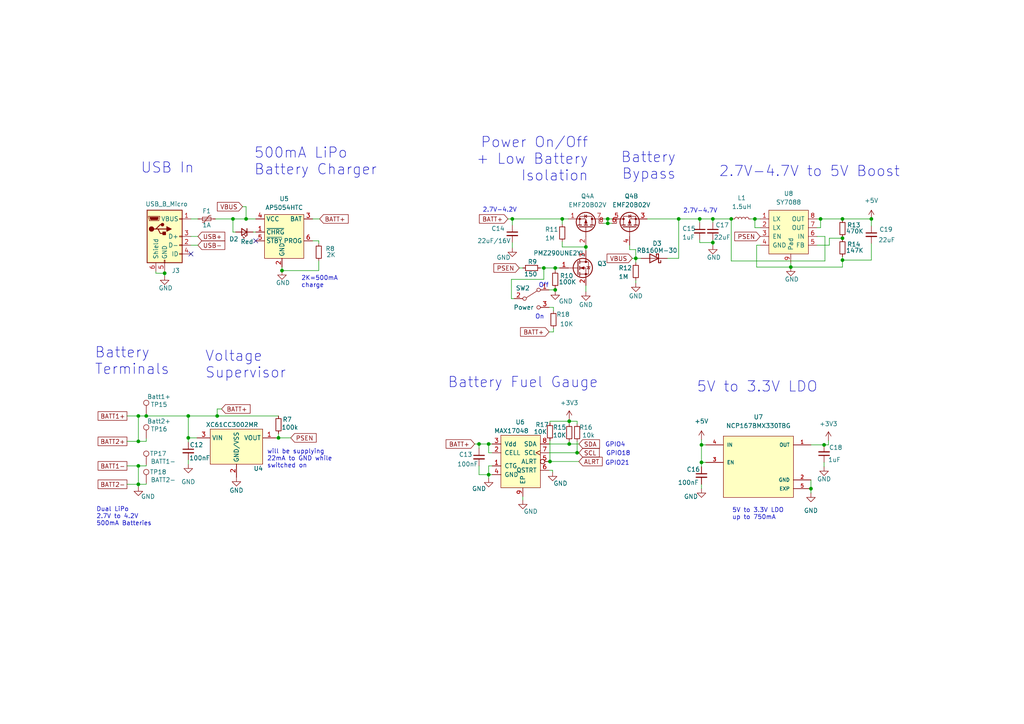
<source format=kicad_sch>
(kicad_sch (version 20211123) (generator eeschema)
  (paper "A4")
  (title_block (title "Team OpenSource Smartglasses") (date "2022-09-18") (rev "V0.4b4") (comment 1 "2P Battery Version") (comment 2 "MIT License"))
  (lib_symbols
    (symbol "Connector:TestPoint" (pin_numbers hide) (pin_names (offset 0.762) hide)
      (property "Reference" "TP" (at 0 6.858 0))
      (property "Value" "TestPoint" (at 0 5.08 0))
      (symbol "TestPoint_0_1"
        (circle (center 0 3.302) (radius 0.762))
      )
      (symbol "TestPoint_1_1"
        (pin passive line (at 0 0 90) (length 2.54) (name "1") (number "1"))
      )
    )
    (symbol "Connector:USB_B_Micro" (pin_names (offset 1.016))
      (property "Reference" "J" (at -5.08 11.43 0))
      (property "Value" "USB_B_Micro" (at -5.08 8.89 0))
      (symbol "USB_B_Micro_0_1"
        (rectangle (start -5.08 -7.62) (end 5.08 7.62) (stroke (width 0.254)) (fill (type background)))
        (circle (center -3.81 2.159) (radius 0.635) (stroke (width 0.254)) (fill (type outline)))
        (circle (center -0.635 3.429) (radius 0.381) (stroke (width 0.254)) (fill (type outline)))
        (rectangle (start -0.127 -7.62) (end 0.127 -6.858))
        (polyline (pts (xy -1.905 2.159) (xy 0.635 2.159)) (stroke (width 0.254)))
        (polyline (pts (xy -3.175 2.159) (xy -2.54 2.159) (xy -1.27 3.429) (xy -0.635 3.429)) (stroke (width 0.254)))
        (polyline (pts (xy -2.54 2.159) (xy -1.905 2.159) (xy -1.27 0.889) (xy 0 0.889)) (stroke (width 0.254)))
        (polyline (pts (xy 0.635 2.794) (xy 0.635 1.524) (xy 1.905 2.159) (xy 0.635 2.794)) (stroke (width 0.254)) (fill (type outline)))
        (polyline (pts (xy -4.318 5.588) (xy -1.778 5.588) (xy -2.032 4.826) (xy -4.064 4.826) (xy -4.318 5.588)) (fill (type outline)))
        (polyline (pts (xy -4.699 5.842) (xy -4.699 5.588) (xy -4.445 4.826) (xy -4.445 4.572) (xy -1.651 4.572) (xy -1.651 4.826) (xy -1.397 5.588) (xy -1.397 5.842) (xy -4.699 5.842)))
        (rectangle (start 0.254 1.27) (end -0.508 0.508) (stroke (width 0.254)) (fill (type outline)))
        (rectangle (start 5.08 -5.207) (end 4.318 -4.953))
        (rectangle (start 5.08 -2.667) (end 4.318 -2.413))
        (rectangle (start 5.08 -0.127) (end 4.318 0.127))
        (rectangle (start 5.08 4.953) (end 4.318 5.207))
      )
      (symbol "USB_B_Micro_1_1"
        (pin power_out line (at 7.62 5.08 180) (length 2.54) (name "VBUS") (number "1"))
        (pin bidirectional line (at 7.62 -2.54 180) (length 2.54) (name "D-") (number "2"))
        (pin bidirectional line (at 7.62 0 180) (length 2.54) (name "D+") (number "3"))
        (pin passive line (at 7.62 -5.08 180) (length 2.54) (name "ID") (number "4"))
        (pin power_out line (at 0 -10.16 90) (length 2.54) (name "GND") (number "5"))
        (pin passive line (at -2.54 -10.16 90) (length 2.54) (name "Shield") (number "6"))
      )
    )
    (symbol "Device:C_Small" (pin_numbers hide) (pin_names (offset 0.254) hide)
      (property "Reference" "C" (at 0.254 1.778 0))
      (property "Value" "C_Small" (at 0.254 -2.032 0))
      (symbol "C_Small_0_1"
        (polyline (pts (xy -1.524 -0.508) (xy 1.524 -0.508)) (stroke (width 0.3302)))
        (polyline (pts (xy -1.524 0.508) (xy 1.524 0.508)) (stroke (width 0.3048)))
      )
      (symbol "C_Small_1_1"
        (pin passive line (at 0 2.54 270) (length 2.032) (name "~") (number "1"))
        (pin passive line (at 0 -2.54 90) (length 2.032) (name "~") (number "2"))
      )
    )
    (symbol "Device:D_Schottky" (pin_numbers hide) (pin_names (offset 1.016) hide)
      (property "Reference" "D" (at 0 2.54 0))
      (property "Value" "D_Schottky" (at 0 -2.54 0))
      (symbol "D_Schottky_0_1"
        (polyline (pts (xy 1.27 0) (xy -1.27 0)))
        (polyline (pts (xy 1.27 1.27) (xy 1.27 -1.27) (xy -1.27 0) (xy 1.27 1.27)) (stroke (width 0.254)))
        (polyline (pts (xy -1.905 0.635) (xy -1.905 1.27) (xy -1.27 1.27) (xy -1.27 -1.27) (xy -0.635 -1.27) (xy -0.635 -0.635)) (stroke (width 0.254)))
      )
      (symbol "D_Schottky_1_1"
        (pin passive line (at -3.81 0 0) (length 2.54) (name "K") (number "1"))
        (pin passive line (at 3.81 0 180) (length 2.54) (name "A") (number "2"))
      )
    )
    (symbol "Device:LED_Small" (pin_numbers hide) (pin_names (offset 0.254) hide)
      (property "Reference" "D" (at -1.27 3.175 0))
      (property "Value" "LED_Small" (at -4.445 -2.54 0))
      (symbol "LED_Small_0_1"
        (polyline (pts (xy -0.762 -1.016) (xy -0.762 1.016)) (stroke (width 0.254)))
        (polyline (pts (xy 1.016 0) (xy -0.762 0)))
        (polyline (pts (xy 0.762 -1.016) (xy -0.762 0) (xy 0.762 1.016) (xy 0.762 -1.016)) (stroke (width 0.254)))
        (polyline (pts (xy 0 0.762) (xy -0.508 1.27) (xy -0.254 1.27) (xy -0.508 1.27) (xy -0.508 1.016)))
        (polyline (pts (xy 0.508 1.27) (xy 0 1.778) (xy 0.254 1.778) (xy 0 1.778) (xy 0 1.524)))
      )
      (symbol "LED_Small_1_1"
        (pin passive line (at -2.54 0 0) (length 1.778) (name "K") (number "1"))
        (pin passive line (at 2.54 0 180) (length 1.778) (name "A") (number "2"))
      )
    )
    (symbol "Device:L_Small" (pin_numbers hide) (pin_names (offset 0.254) hide)
      (property "Reference" "L" (at 0.762 1.016 0))
      (property "Value" "L_Small" (at 0.762 -1.016 0))
      (symbol "L_Small_0_1"
        (arc (start 0 -2.032) (mid 0.508 -1.524) (end 0 -1.016))
        (arc (start 0 -1.016) (mid 0.508 -0.508) (end 0 0))
        (arc (start 0 0) (mid 0.508 0.508) (end 0 1.016))
        (arc (start 0 1.016) (mid 0.508 1.524) (end 0 2.032))
      )
      (symbol "L_Small_1_1"
        (pin passive line (at 0 2.54 270) (length 0.508) (name "~") (number "1"))
        (pin passive line (at 0 -2.54 90) (length 0.508) (name "~") (number "2"))
      )
    )
    (symbol "Device:Polyfuse_Small" (pin_numbers hide) (pin_names (offset 0))
      (property "Reference" "F" (at -1.905 0 90))
      (property "Value" "Polyfuse_Small" (at 1.905 0 90))
      (symbol "Polyfuse_Small_0_1"
        (rectangle (start -0.508 1.27) (end 0.508 -1.27))
        (polyline (pts (xy 0 2.54) (xy 0 -2.54)))
        (polyline (pts (xy -1.016 1.27) (xy -1.016 0.762) (xy 1.016 -0.762) (xy 1.016 -1.27)))
      )
      (symbol "Polyfuse_Small_1_1"
        (pin passive line (at 0 2.54 270) (length 0.635) (name "~") (number "1"))
        (pin passive line (at 0 -2.54 90) (length 0.635) (name "~") (number "2"))
      )
    )
    (symbol "Device:R_Small" (pin_numbers hide) (pin_names (offset 0.254) hide)
      (property "Reference" "R" (at 0.762 0.508 0))
      (property "Value" "R_Small" (at 0.762 -1.016 0))
      (symbol "R_Small_0_1"
        (rectangle (start -0.762 1.778) (end 0.762 -1.778) (stroke (width 0.2032)))
      )
      (symbol "R_Small_1_1"
        (pin passive line (at 0 2.54 270) (length 0.762) (name "~") (number "1"))
        (pin passive line (at 0 -2.54 90) (length 0.762) (name "~") (number "2"))
      )
    )
    (symbol "MAX17048_1" (pin_names (offset 1.016))
      (property "Reference" "U" (at 3.81 -10.16 0))
      (property "Value" "MAX17048_1" (at 0 7.62 0))
      (symbol "MAX17048_1_0_1"
        (rectangle (start -5.08 6.35) (end 6.35 -8.89) (fill (type background)))
      )
      (symbol "MAX17048_1_1_1"
        (pin input line (at -7.62 -2.54 0) (length 2.54) (name "CTG") (number "1"))
        (pin input line (at -7.62 1.27 0) (length 2.54) (name "CELL") (number "2"))
        (pin power_in line (at -7.62 3.81 0) (length 2.54) (name "Vdd") (number "3"))
        (pin power_in line (at -7.62 -5.08 0) (length 2.54) (name "GND") (number "4"))
        (pin output inverted (at 8.89 -1.27 180) (length 2.54) (name "ALRT") (number "5"))
        (pin input line (at 8.89 -3.81 180) (length 2.54) (name "QSTRT") (number "6"))
        (pin input clock (at 8.89 1.27 180) (length 2.54) (name "SCL") (number "7"))
        (pin bidirectional line (at 8.89 3.81 180) (length 2.54) (name "SDA") (number "8"))
        (pin power_in line (at 1.27 -11.43 90) (length 2.54) (name "EP") (number "9"))
      )
    )
    (symbol "NCP167BMX330TBG:NCP167BMX330TBG" (pin_names (offset 1.016))
      (property "Reference" "U" (at -10.16 7.62 0))
      (property "Value" "NCP167BMX330TBG" (at -10.16 -12.7 0))
      (symbol "NCP167BMX330TBG_0_0"
        (rectangle (start -10.16 -10.16) (end 10.16 7.62) (stroke (width 0.1524)) (fill (type background)))
        (pin output line (at 15.24 5.08 180) (length 5.08) (name "OUT") (number "1"))
        (pin power_in line (at 15.24 -5.08 180) (length 5.08) (name "GND") (number "2"))
        (pin input line (at -15.24 0 0) (length 5.08) (name "EN") (number "3"))
        (pin input line (at -15.24 5.08 0) (length 5.08) (name "IN") (number "4"))
        (pin power_in line (at 15.24 -7.62 180) (length 5.08) (name "EXP") (number "5"))
      )
    )
    (symbol "OSSG_components_lib:AP5054HTC"
      (property "Reference" "U" (at 0 8.89 0))
      (property "Value" "AP5054HTC" (at 0 6.35 0))
      (symbol "AP5054HTC_0_1"
        (rectangle (start -5.08 5.08) (end 6.35 -7.62) (fill (type background)))
      )
      (symbol "AP5054HTC_1_1"
        (pin output line (at -7.62 0 0) (length 2.54) (name "~{CHRG}") (number "1"))
        (pin power_in line (at 0 -10.16 90) (length 2.54) (name "GND") (number "2"))
        (pin power_in line (at 8.89 3.81 180) (length 2.54) (name "BAT") (number "3"))
        (pin power_in line (at -7.62 3.81 0) (length 2.54) (name "VCC") (number "4"))
        (pin output line (at -7.62 -2.54 0) (length 2.54) (name "~{STBY}") (number "5"))
        (pin passive line (at 8.89 -2.54 180) (length 2.54) (name "PROG") (number "6"))
      )
    )
    (symbol "OSSG_components_lib:EMF20B02V" (pin_names (offset 0) hide)
      (property "Reference" "Q" (at 6.35 1.27 0))
      (property "Value" "EMF20B02V" (at 19.05 -1.27 0))
      (symbol "EMF20B02V_0_1"
        (polyline (pts (xy 0.254 0) (xy -2.54 0)))
        (polyline (pts (xy 0.254 1.905) (xy 0.254 -1.905)) (stroke (width 0.254)))
        (polyline (pts (xy 0.762 -1.27) (xy 0.762 -2.286)) (stroke (width 0.254)))
        (polyline (pts (xy 0.762 0.508) (xy 0.762 -0.508)) (stroke (width 0.254)))
        (polyline (pts (xy 0.762 2.286) (xy 0.762 1.27)) (stroke (width 0.254)))
        (polyline (pts (xy 1.27 3.81) (xy 2.54 3.81)))
        (polyline (pts (xy 2.54 2.54) (xy 2.54 1.778)))
        (polyline (pts (xy 2.54 -2.54) (xy 2.54 0) (xy 0.762 0)))
        (polyline (pts (xy 0.762 1.778) (xy 3.302 1.778) (xy 3.302 -1.778) (xy 0.762 -1.778)))
        (polyline (pts (xy 2.286 0) (xy 1.27 0.381) (xy 1.27 -0.381) (xy 2.286 0)) (fill (type outline)))
        (polyline (pts (xy 2.794 -0.508) (xy 2.921 -0.381) (xy 3.683 -0.381) (xy 3.81 -0.254)))
        (polyline (pts (xy 3.302 -0.381) (xy 2.921 0.254) (xy 3.683 0.254) (xy 3.302 -0.381)))
        (circle (center 1.651 0) (radius 2.794) (stroke (width 0.254)))
        (circle (center 2.54 -1.778) (radius 0.254) (fill (type outline)))
        (circle (center 2.54 1.778) (radius 0.254) (fill (type outline)))
      )
      (symbol "EMF20B02V_1_1"
        (pin passive line (at 2.54 -5.08 90) (length 2.54) (name "S2") (number "1"))
        (pin input line (at -5.08 0 0) (length 2.54) (name "G2") (number "2"))
        (pin passive line (at 2.54 5.08 270) (length 2.54) (name "D2") (number "7"))
        (pin passive line (at 1.27 5.08 270) (length 1.1938) (name "D2") (number "8"))
      )
      (symbol "EMF20B02V_2_1"
        (pin passive line (at 2.54 -5.08 90) (length 2.54) (name "S2") (number "3"))
        (pin input line (at -5.08 0 0) (length 2.54) (name "G2") (number "4"))
        (pin passive line (at 2.54 5.08 270) (length 2.54) (name "D2") (number "5"))
        (pin passive line (at 1.27 5.08 270) (length 1.1938) (name "D2") (number "6"))
      )
    )
    (symbol "OSSG_components_lib:PMZ290UNE2YL" (pin_names (offset 0) hide)
      (property "Reference" "Q" (at 5.08 1.27 0))
      (property "Value" "PMZ290UNE2YL" (at 5.08 -1.27 0))
      (symbol "PMZ290UNE2YL_0_1"
        (polyline (pts (xy 0.254 0) (xy -2.54 0)))
        (polyline (pts (xy 0.254 1.905) (xy 0.254 -1.905)) (stroke (width 0.254)))
        (polyline (pts (xy 0.762 -1.27) (xy 0.762 -2.286)) (stroke (width 0.254)))
        (polyline (pts (xy 0.762 0.508) (xy 0.762 -0.508)) (stroke (width 0.254)))
        (polyline (pts (xy 0.762 2.286) (xy 0.762 1.27)) (stroke (width 0.254)))
        (polyline (pts (xy 2.54 2.54) (xy 2.54 1.778)))
        (polyline (pts (xy 2.54 -2.54) (xy 2.54 0) (xy 0.762 0)))
        (polyline (pts (xy 0.762 -1.778) (xy 3.302 -1.778) (xy 3.302 1.778) (xy 0.762 1.778)))
        (polyline (pts (xy 1.016 0) (xy 2.032 0.381) (xy 2.032 -0.381) (xy 1.016 0)) (fill (type outline)))
        (polyline (pts (xy 2.794 0.508) (xy 2.921 0.381) (xy 3.683 0.381) (xy 3.81 0.254)))
        (polyline (pts (xy 3.302 0.381) (xy 2.921 -0.254) (xy 3.683 -0.254) (xy 3.302 0.381)))
        (circle (center 1.651 0) (radius 2.794) (stroke (width 0.254)))
        (circle (center 2.54 -1.778) (radius 0.254) (fill (type outline)))
        (circle (center 2.54 1.778) (radius 0.254) (fill (type outline)))
      )
      (symbol "PMZ290UNE2YL_1_1"
        (pin input line (at -5.08 0 0) (length 2.54) (name "G") (number "1"))
        (pin passive line (at 2.54 -5.08 90) (length 2.54) (name "S") (number "2"))
        (pin passive line (at 2.54 5.08 270) (length 2.54) (name "D") (number "3"))
      )
    )
    (symbol "OSSG_components_lib:SY7088" (pin_names (offset 1.016))
      (property "Reference" "U" (at -3.81 -7.62 0))
      (property "Value" "SY7088" (at 0 7.62 0))
      (symbol "SY7088_0_1"
        (rectangle (start -6.35 6.35) (end 5.08 -6.35) (fill (type background)))
      )
      (symbol "SY7088_1_1"
        (pin input line (at -8.89 3.81 0) (length 2.54) (name "LX") (number "1"))
        (pin input line (at -8.89 1.27 0) (length 2.54) (name "LX") (number "2"))
        (pin input line (at -8.89 -1.27 0) (length 2.54) (name "EN") (number "3"))
        (pin input line (at -8.89 -3.81 0) (length 2.54) (name "GND") (number "4"))
        (pin input line (at 7.62 -3.81 180) (length 2.54) (name "FB") (number "5"))
        (pin input line (at 7.62 -1.27 180) (length 2.54) (name "IN") (number "6"))
        (pin input line (at 7.62 1.27 180) (length 2.54) (name "OUT") (number "7"))
        (pin input line (at 7.62 3.81 180) (length 2.54) (name "OUT") (number "8"))
        (pin input line (at 0 -8.89 90) (length 2.54) (name "Pad") (number "9"))
      )
    )
    (symbol "OSSG_components_lib:XC61C_voltage_supervisor"
      (property "Reference" "U" (at 7.62 5.08 0))
      (property "Value" "XC61C_voltage_supervisor" (at 0 7.62 0))
      (symbol "XC61C_voltage_supervisor_1_1"
        (rectangle (start -7.62 3.81) (end 7.62 -6.35) (fill (type background)))
        (pin input line (at -11.43 1.27 0) (length 3.81) (name "VOUT") (number "1"))
        (pin bidirectional line (at 0 -10.16 90) (length 3.81) (name "GND/VSS") (number "2"))
        (pin bidirectional line (at 11.43 1.27 180) (length 3.81) (name "VIN") (number "3"))
      )
    )
    (symbol "Switch:SW_SPDT" (pin_names (offset 0) hide)
      (property "Reference" "SW" (at 0 4.318 0))
      (property "Value" "SW_SPDT" (at 0 -5.08 0))
      (symbol "SW_SPDT_0_0"
        (circle (center -2.032 0) (radius 0.508))
        (circle (center 2.032 -2.54) (radius 0.508))
      )
      (symbol "SW_SPDT_0_1"
        (polyline (pts (xy -1.524 0.254) (xy 1.651 2.286)))
        (circle (center 2.032 2.54) (radius 0.508))
      )
      (symbol "SW_SPDT_1_1"
        (pin passive line (at 5.08 2.54 180) (length 2.54) (name "A") (number "1"))
        (pin passive line (at -5.08 0 0) (length 2.54) (name "B") (number "2"))
        (pin passive line (at 5.08 -2.54 180) (length 2.54) (name "C") (number "3"))
      )
    )
    (symbol "power:+3.3V" (power) (pin_names (offset 0))
      (property "Value" "+3.3V" (at 0 3.556 0))
      (symbol "+3.3V_0_1"
        (polyline (pts (xy -0.762 1.27) (xy 0 2.54)))
        (polyline (pts (xy 0 0) (xy 0 2.54)))
        (polyline (pts (xy 0 2.54) (xy 0.762 1.27)))
      )
      (symbol "+3.3V_1_1"
        (pin power_in line (at 0 0 90) (length 0) hide (name "+3V3") (number "1"))
      )
    )
    (symbol "power:+5V" (power) (pin_names (offset 0))
      (property "Value" "+5V" (at 0 3.556 0))
      (symbol "+5V_0_1"
        (polyline (pts (xy -0.762 1.27) (xy 0 2.54)))
        (polyline (pts (xy 0 0) (xy 0 2.54)))
        (polyline (pts (xy 0 2.54) (xy 0.762 1.27)))
      )
      (symbol "+5V_1_1"
        (pin power_in line (at 0 0 90) (length 0) hide (name "+5V") (number "1"))
      )
    )
    (symbol "power:GND" (power) (pin_names (offset 0))
      (property "Value" "GND" (at 0 -3.81 0))
      (symbol "GND_0_1"
        (polyline (pts (xy 0 0) (xy 0 -1.27) (xy 1.27 -1.27) (xy 0 -2.54) (xy -1.27 -1.27) (xy 0 -1.27)))
      )
      (symbol "GND_1_1"
        (pin power_in line (at 0 0 270) (length 0) hide (name "GND") (number "1"))
      )
    )
  )
  (junction (at 67.564 63.5))
  (junction (at 229.362 77.47))
  (junction (at 176.276 64.77))
  (junction (at 244.348 75.438))
  (junction (at 244.348 69.088))
  (junction (at 141.732 137.668))
  (junction (at 218.948 63.5))
  (junction (at 54.61 127))
  (junction (at 54.61 120.65))
  (junction (at 161.036 84.074))
  (junction (at 196.85 63.5))
  (junction (at 81.788 78.486))
  (junction (at 141.732 128.778))
  (junction (at 40.132 140.462))
  (junction (at 71.374 63.5))
  (junction (at 252.73 63.5))
  (junction (at 203.454 134.112))
  (junction (at 138.938 128.778))
  (junction (at 206.756 63.5))
  (junction (at 202.946 63.5))
  (junction (at 239.014 129.032))
  (junction (at 212.09 63.5))
  (junction (at 62.992 120.65))
  (junction (at 165.1 122.174))
  (junction (at 40.132 120.65))
  (junction (at 163.068 63.5))
  (junction (at 167.386 131.318))
  (junction (at 42.418 120.65))
  (junction (at 203.454 129.032))
  (junction (at 237.998 63.5))
  (junction (at 176.276 63.5))
  (junction (at 169.926 71.628))
  (junction (at 157.734 77.724))
  (junction (at 244.348 63.5))
  (junction (at 40.132 135.128))
  (junction (at 47.752 79.248))
  (junction (at 148.59 63.5))
  (junction (at 40.132 128.016))
  (junction (at 184.404 74.93))
  (junction (at 165.1 128.778))
  (junction (at 161.036 77.724))
  (junction (at 206.756 70.358))
  (junction (at 80.772 127))
  (junction (at 235.204 141.732))
  (junction (at 159.512 133.858))
  (no_connect (at 55.372 73.66))
  (no_connect (at 74.168 69.85))
  (wire (pts (xy 42.418 120.65) (xy 42.418 120.142)))
  (wire (pts (xy 169.926 82.804) (xy 169.926 84.582)))
  (wire (pts (xy 202.946 70.358) (xy 206.756 70.358)))
  (wire (pts (xy 159.258 128.778) (xy 165.1 128.778)))
  (wire (pts (xy 206.756 63.5) (xy 206.756 64.516)))
  (wire (pts (xy 239.268 75.692) (xy 239.268 68.58)))
  (wire (pts (xy 42.418 120.65) (xy 54.61 120.65)))
  (wire (pts (xy 142.748 131.318) (xy 141.732 131.318)))
  (wire (pts (xy 229.362 77.47) (xy 229.362 76.2)))
  (wire (pts (xy 141.732 131.318) (xy 141.732 128.778)))
  (wire (pts (xy 244.348 74.422) (xy 244.348 75.438)))
  (wire (pts (xy 148.59 70.358) (xy 148.59 71.882)))
  (wire (pts (xy 40.132 120.65) (xy 36.83 120.65)))
  (wire (pts (xy 203.454 134.112) (xy 203.454 135.382)))
  (wire (pts (xy 159.258 89.154) (xy 160.528 89.154)))
  (wire (pts (xy 239.014 129.032) (xy 240.284 129.032)))
  (wire (pts (xy 138.938 135.128) (xy 138.938 137.668)))
  (wire (pts (xy 220.472 66.04) (xy 218.948 66.04)))
  (wire (pts (xy 244.348 63.5) (xy 244.348 63.754)))
  (wire (pts (xy 235.204 141.732) (xy 235.204 143.002)))
  (wire (pts (xy 212.09 63.5) (xy 212.09 75.692)))
  (wire (pts (xy 54.61 133.35) (xy 54.61 134.62)))
  (wire (pts (xy 73.406 67.31) (xy 74.168 67.31)))
  (wire (pts (xy 40.132 135.128) (xy 40.132 140.462)))
  (wire (pts (xy 141.732 128.778) (xy 142.748 128.778)))
  (wire (pts (xy 42.418 140.462) (xy 40.132 140.462)))
  (wire (pts (xy 184.404 72.39) (xy 184.404 74.93)))
  (wire (pts (xy 62.484 63.5) (xy 67.564 63.5)))
  (wire (pts (xy 239.268 68.58) (xy 236.982 68.58)))
  (wire (pts (xy 156.718 77.724) (xy 157.734 77.724)))
  (wire (pts (xy 193.548 74.93) (xy 196.85 74.93)))
  (wire (pts (xy 204.724 134.112) (xy 203.454 134.112)))
  (wire (pts (xy 182.626 71.12) (xy 182.626 72.39)))
  (wire (pts (xy 80.772 125.73) (xy 80.772 127)))
  (wire (pts (xy 54.61 127) (xy 54.61 128.27)))
  (wire (pts (xy 42.418 127.254) (xy 42.418 128.016)))
  (wire (pts (xy 161.036 84.074) (xy 161.036 84.328)))
  (wire (pts (xy 151.638 144.018) (xy 151.638 145.034)))
  (wire (pts (xy 184.404 81.28) (xy 184.404 82.042)))
  (wire (pts (xy 182.626 72.39) (xy 184.404 72.39)))
  (wire (pts (xy 67.564 63.5) (xy 71.374 63.5)))
  (wire (pts (xy 42.418 140.208) (xy 42.418 140.462)))
  (wire (pts (xy 90.678 63.5) (xy 92.71 63.5)))
  (wire (pts (xy 150.622 77.724) (xy 151.638 77.724)))
  (wire (pts (xy 176.276 63.5) (xy 177.546 63.5)))
  (wire (pts (xy 167.386 131.318) (xy 167.894 131.318)))
  (wire (pts (xy 71.374 59.944) (xy 71.374 63.5)))
  (wire (pts (xy 157.734 81.026) (xy 157.734 77.724)))
  (wire (pts (xy 165.1 122.174) (xy 167.386 122.174)))
  (wire (pts (xy 218.948 63.5) (xy 220.472 63.5)))
  (wire (pts (xy 176.276 64.77) (xy 177.546 64.77)))
  (wire (pts (xy 159.258 131.318) (xy 167.386 131.318)))
  (wire (pts (xy 184.404 74.93) (xy 184.404 76.2)))
  (wire (pts (xy 165.1 122.936) (xy 165.1 122.174)))
  (wire (pts (xy 163.068 63.5) (xy 164.846 63.5)))
  (wire (pts (xy 138.938 128.778) (xy 141.732 128.778)))
  (wire (pts (xy 206.756 69.596) (xy 206.756 70.358)))
  (wire (pts (xy 57.15 127) (xy 54.61 127)))
  (wire (pts (xy 175.006 63.5) (xy 176.276 63.5)))
  (wire (pts (xy 236.982 63.5) (xy 237.998 63.5)))
  (wire (pts (xy 220.472 71.12) (xy 219.456 71.12)))
  (wire (pts (xy 240.284 127.762) (xy 240.284 129.032)))
  (wire (pts (xy 212.598 63.5) (xy 212.09 63.5)))
  (wire (pts (xy 219.456 71.12) (xy 219.456 77.47)))
  (wire (pts (xy 169.926 71.12) (xy 169.926 71.628)))
  (wire (pts (xy 80.772 120.65) (xy 62.992 120.65)))
  (wire (pts (xy 161.036 77.724) (xy 162.306 77.724)))
  (wire (pts (xy 62.992 118.618) (xy 64.262 118.618)))
  (wire (pts (xy 206.756 70.358) (xy 206.756 71.12)))
  (wire (pts (xy 157.734 77.724) (xy 161.036 77.724)))
  (wire (pts (xy 244.348 69.088) (xy 244.348 69.342)))
  (wire (pts (xy 212.09 63.5) (xy 206.756 63.5)))
  (wire (pts (xy 40.132 140.462) (xy 40.132 141.224)))
  (wire (pts (xy 237.998 63.5) (xy 244.348 63.5)))
  (wire (pts (xy 55.372 71.12) (xy 57.404 71.12)))
  (wire (pts (xy 203.454 129.032) (xy 204.724 129.032)))
  (wire (pts (xy 159.258 133.858) (xy 159.512 133.858)))
  (wire (pts (xy 203.454 140.462) (xy 203.454 141.732)))
  (wire (pts (xy 159.258 84.074) (xy 161.036 84.074)))
  (wire (pts (xy 165.1 121.666) (xy 165.1 122.174)))
  (wire (pts (xy 36.83 135.128) (xy 40.132 135.128)))
  (wire (pts (xy 160.528 89.154) (xy 160.528 90.17)))
  (wire (pts (xy 167.386 122.174) (xy 167.386 122.936)))
  (wire (pts (xy 184.404 74.93) (xy 185.928 74.93)))
  (wire (pts (xy 138.938 128.778) (xy 138.938 130.048)))
  (wire (pts (xy 55.372 68.58) (xy 57.404 68.58)))
  (wire (pts (xy 40.132 120.65) (xy 40.132 128.016)))
  (wire (pts (xy 148.59 63.5) (xy 148.59 65.278)))
  (wire (pts (xy 237.998 66.04) (xy 236.982 66.04)))
  (wire (pts (xy 159.512 133.858) (xy 167.894 133.858)))
  (wire (pts (xy 206.756 63.5) (xy 202.946 63.5)))
  (wire (pts (xy 62.992 118.618) (xy 62.992 120.65)))
  (wire (pts (xy 159.258 136.398) (xy 160.274 136.398)))
  (wire (pts (xy 90.678 69.85) (xy 92.456 69.85)))
  (wire (pts (xy 240.538 69.088) (xy 244.348 69.088)))
  (wire (pts (xy 163.068 70.104) (xy 163.068 71.628)))
  (wire (pts (xy 36.83 128.016) (xy 40.132 128.016)))
  (wire (pts (xy 244.348 69.088) (xy 244.348 68.834)))
  (wire (pts (xy 138.938 137.668) (xy 141.732 137.668)))
  (wire (pts (xy 183.388 74.93) (xy 184.404 74.93)))
  (wire (pts (xy 148.59 63.5) (xy 163.068 63.5)))
  (wire (pts (xy 148.336 86.614) (xy 149.098 86.614)))
  (wire (pts (xy 196.85 63.5) (xy 196.85 74.93)))
  (wire (pts (xy 159.258 96.266) (xy 160.528 96.266)))
  (wire (pts (xy 42.418 135.128) (xy 42.418 134.874)))
  (wire (pts (xy 237.998 63.5) (xy 237.998 66.04)))
  (wire (pts (xy 161.036 77.724) (xy 161.036 78.486)))
  (wire (pts (xy 165.1 128.016) (xy 165.1 128.778)))
  (wire (pts (xy 163.068 63.5) (xy 163.068 65.024)))
  (wire (pts (xy 217.678 63.5) (xy 218.948 63.5)))
  (wire (pts (xy 80.772 127) (xy 80.01 127)))
  (wire (pts (xy 148.336 81.026) (xy 157.734 81.026)))
  (wire (pts (xy 240.538 71.12) (xy 240.538 69.088)))
  (wire (pts (xy 80.772 127) (xy 84.328 127)))
  (wire (pts (xy 167.386 131.318) (xy 167.386 128.016)))
  (wire (pts (xy 203.454 127.508) (xy 203.454 129.032)))
  (wire (pts (xy 147.32 63.5) (xy 148.59 63.5)))
  (wire (pts (xy 176.276 63.5) (xy 176.276 64.77)))
  (wire (pts (xy 244.348 75.438) (xy 244.348 77.47)))
  (wire (pts (xy 235.204 129.032) (xy 239.014 129.032)))
  (wire (pts (xy 40.132 135.128) (xy 42.418 135.128)))
  (wire (pts (xy 141.732 135.128) (xy 141.732 137.668)))
  (wire (pts (xy 236.982 71.12) (xy 240.538 71.12)))
  (wire (pts (xy 159.512 122.682) (xy 159.512 122.174)))
  (wire (pts (xy 169.926 71.628) (xy 169.926 72.644)))
  (wire (pts (xy 160.274 136.398) (xy 160.274 136.906)))
  (wire (pts (xy 40.132 120.65) (xy 42.418 120.65)))
  (wire (pts (xy 244.348 77.47) (xy 229.362 77.47)))
  (wire (pts (xy 244.348 63.5) (xy 252.73 63.5)))
  (wire (pts (xy 142.748 135.128) (xy 141.732 135.128)))
  (wire (pts (xy 175.006 64.77) (xy 176.276 64.77)))
  (wire (pts (xy 212.09 75.692) (xy 239.268 75.692)))
  (wire (pts (xy 71.374 63.5) (xy 74.168 63.5)))
  (wire (pts (xy 141.732 137.668) (xy 141.732 138.684)))
  (wire (pts (xy 55.372 63.5) (xy 57.404 63.5)))
  (wire (pts (xy 196.85 63.5) (xy 202.946 63.5)))
  (wire (pts (xy 137.668 128.778) (xy 138.938 128.778)))
  (wire (pts (xy 202.946 63.5) (xy 202.946 64.516)))
  (wire (pts (xy 165.1 128.778) (xy 167.894 128.778)))
  (wire (pts (xy 141.732 137.668) (xy 142.748 137.668)))
  (wire (pts (xy 92.456 75.692) (xy 92.456 78.486)))
  (wire (pts (xy 47.752 79.248) (xy 47.752 80.01)))
  (wire (pts (xy 68.326 67.31) (xy 67.564 67.31)))
  (wire (pts (xy 160.528 96.266) (xy 160.528 95.25)))
  (wire (pts (xy 148.336 81.026) (xy 148.336 86.614)))
  (wire (pts (xy 47.752 78.74) (xy 47.752 79.248)))
  (wire (pts (xy 45.212 79.248) (xy 45.212 78.74)))
  (wire (pts (xy 252.73 75.438) (xy 244.348 75.438)))
  (wire (pts (xy 235.204 139.192) (xy 235.204 141.732)))
  (wire (pts (xy 36.83 140.462) (xy 40.132 140.462)))
  (wire (pts (xy 47.752 79.248) (xy 45.212 79.248)))
  (wire (pts (xy 161.036 83.566) (xy 161.036 84.074)))
  (wire (pts (xy 81.788 78.486) (xy 81.788 77.47)))
  (wire (pts (xy 187.706 63.5) (xy 196.85 63.5)))
  (wire (pts (xy 54.61 120.65) (xy 54.61 127)))
  (wire (pts (xy 92.456 69.85) (xy 92.456 70.612)))
  (wire (pts (xy 92.456 78.486) (xy 81.788 78.486)))
  (wire (pts (xy 203.454 134.112) (xy 203.454 129.032)))
  (wire (pts (xy 252.73 70.612) (xy 252.73 75.438)))
  (wire (pts (xy 163.068 71.628) (xy 169.926 71.628)))
  (wire (pts (xy 218.948 66.04) (xy 218.948 63.5)))
  (wire (pts (xy 159.512 122.174) (xy 165.1 122.174)))
  (wire (pts (xy 219.456 77.47) (xy 229.362 77.47)))
  (wire (pts (xy 70.358 59.944) (xy 71.374 59.944)))
  (wire (pts (xy 252.73 63.5) (xy 252.73 65.532)))
  (wire (pts (xy 62.992 120.65) (xy 54.61 120.65)))
  (wire (pts (xy 239.014 134.112) (xy 239.014 135.382)))
  (wire (pts (xy 159.512 127.762) (xy 159.512 133.858)))
  (wire (pts (xy 67.564 67.31) (xy 67.564 63.5)))
  (wire (pts (xy 202.946 69.596) (xy 202.946 70.358)))
  (wire (pts (xy 42.418 128.016) (xy 40.132 128.016)))
  (text "USB In" (at 56.388 50.546 180) (effects (font (size 3 3)) (justify right bottom)))
  (text "Battery Fuel Gauge\n" (at 129.794 112.776 0) (effects (font (size 3 3)) (justify left bottom)))
  (text "2.7V-4.7V to 5V Boost" (at 261.112 51.562 180) (effects (font (size 3 3)) (justify right bottom)))
  (text "5V to 3.3V LDO" (at 237.236 114.046 180) (effects (font (size 3 3)) (justify right bottom)))
  (text "Power On/Off\n+ Low Battery\nIsolation" (at 170.688 52.832 180) (effects (font (size 3 3)) (justify right bottom)))
  (text "2.7V-4.2V" (at 139.954 61.722 0) (effects (font (size 1.27 1.27)) (justify left bottom)))
  (text "GPIO18" (at 175.768 132.334 0) (effects (font (size 1.27 1.27)) (justify left bottom)))
  (text "5V to 3.3V LDO\nup to 750mA" (at 212.344 150.876 0) (effects (font (size 1.27 1.27)) (justify left bottom)))
  (text "Off" (at 156.21 83.566 0) (effects (font (size 1.27 1.27)) (justify left bottom)))
  (text "Battery\nBypass" (at 196.088 52.324 180) (effects (font (size 3 3)) (justify right bottom)))
  (text "Dual LiPo\n2.7V to 4.2V \n500mA Batteries" (at 27.94 152.654 0) (effects (font (size 1.27 1.27)) (justify left bottom)))
  (text "2K=500mA\ncharge" (at 87.376 83.566 0) (effects (font (size 1.27 1.27)) (justify left bottom)))
  (text "Battery\nTerminals" (at 27.432 108.966 0) (effects (font (size 3 3)) (justify left bottom)))
  (text "Voltage\nSupervisor" (at 59.436 109.982 0) (effects (font (size 3 3)) (justify left bottom)))
  (text "GPIO4" (at 175.514 129.794 0) (effects (font (size 1.27 1.27)) (justify left bottom)))
  (text "500mA LiPo\nBattery Charger" (at 73.66 51.054 0) (effects (font (size 3 3)) (justify left bottom)))
  (text "On" (at 155.194 92.71 0) (effects (font (size 1.27 1.27)) (justify left bottom)))
  (text "GPIO21" (at 175.514 135.128 0) (effects (font (size 1.27 1.27)) (justify left bottom)))
  (text "will be supplying\n22mA to GND while\nswitched on" (at 77.47 135.89 0) (effects (font (size 1.27 1.27)) (justify left bottom)))
  (text "2.7V-4.7V" (at 198.12 61.976 0) (effects (font (size 1.27 1.27)) (justify left bottom)))
  (global_label "VBUS" (shape input) (at 183.388 74.93 180) (property "Intersheet References" "${INTERSHEET_REFS}" (effects hide)))
  (global_label "BATT1-" (shape passive) (at 36.83 135.128 180) (property "Intersheet References" "${INTERSHEET_REFS}" (effects hide)))
  (global_label "BATT+" (shape input) (at 159.258 96.266 180) (property "Intersheet References" "${INTERSHEET_REFS}" (effects hide)))
  (global_label "PSEN" (shape input) (at 220.472 68.58 180) (property "Intersheet References" "${INTERSHEET_REFS}" (effects hide)))
  (global_label "SCL" (shape input) (at 167.894 131.318 0) (property "Intersheet References" "${INTERSHEET_REFS}" (effects hide)))
  (global_label "BATT+" (shape input) (at 137.668 128.778 180) (property "Intersheet References" "${INTERSHEET_REFS}" (effects hide)))
  (global_label "ALRT" (shape input) (at 167.894 133.858 0) (property "Intersheet References" "${INTERSHEET_REFS}" (effects hide)))
  (global_label "BATT1+" (shape passive) (at 36.83 120.65 180) (property "Intersheet References" "${INTERSHEET_REFS}" (effects hide)))
  (global_label "BATT+" (shape input) (at 64.262 118.618 0) (property "Intersheet References" "${INTERSHEET_REFS}" (effects hide)))
  (global_label "USB+" (shape input) (at 57.404 68.58 0) (property "Intersheet References" "${INTERSHEET_REFS}" (effects hide)))
  (global_label "USB-" (shape input) (at 57.404 71.12 0) (property "Intersheet References" "${INTERSHEET_REFS}" (effects hide)))
  (global_label "PSEN" (shape input) (at 150.622 77.724 180) (property "Intersheet References" "${INTERSHEET_REFS}" (effects hide)))
  (global_label "SDA" (shape input) (at 167.894 128.778 0) (property "Intersheet References" "${INTERSHEET_REFS}" (effects hide)))
  (global_label "BATT2+" (shape passive) (at 36.83 128.016 180) (property "Intersheet References" "${INTERSHEET_REFS}" (effects hide)))
  (global_label "BATT+" (shape input) (at 147.32 63.5 180) (property "Intersheet References" "${INTERSHEET_REFS}" (effects hide)))
  (global_label "VBUS" (shape input) (at 70.358 59.944 180) (property "Intersheet References" "${INTERSHEET_REFS}" (effects hide)))
  (global_label "BATT2-" (shape passive) (at 36.83 140.462 180) (property "Intersheet References" "${INTERSHEET_REFS}" (effects hide)))
  (global_label "BATT+" (shape input) (at 92.71 63.5 0) (property "Intersheet References" "${INTERSHEET_REFS}" (effects hide)))
  (global_label "PSEN" (shape input) (at 84.328 127 0) (property "Intersheet References" "${INTERSHEET_REFS}" (effects hide)))
  (symbol (lib_id "power:GND") (at 141.732 138.684 0) (unit 1)
    (property "Reference" "#PWR032" (effects hide))
    (property "Value" "GND" (at 138.938 141.732 0))
  )
  (symbol (lib_id "Device:R_Small") (at 244.348 66.294 180) (unit 1)
    (property "Reference" "R13" (at 247.65 65.278 0))
    (property "Value" "470K" (at 247.904 67.056 0))
    (property "Footprint" "Resistor_SMD:R_0402_1005Metric" (effects hide))
    (property "MPN_LCSC" "1" (effects hide))
    (property "Price_LCSC" "0.0005" (effects hide))
  )
  (symbol (lib_id "Switch:SW_SPDT") (at 154.178 86.614 0) (unit 1)
    (property "Reference" "SW2" (at 151.638 83.566 0))
    (property "Value" "Power" (at 151.892 89.154 0))
    (property "Footprint" "OSSG_footprints:SW_SMD_SPDT_Slide_9x6.9-hole" (effects hide))
    (property "P/N" "C145858" (effects hide))
  )
  (symbol (lib_id "Device:R_Small") (at 161.036 81.026 180) (unit 1)
    (property "Reference" "R10" (at 164.338 80.01 0))
    (property "Value" "100K" (at 164.592 81.788 0))
    (property "Footprint" "Resistor_SMD:R_0402_1005Metric" (effects hide))
    (property "MPN_LCSC" "1" (effects hide))
    (property "Price_LCSC" "0.0005" (effects hide))
  )
  (symbol (lib_id "Device:R_Small") (at 165.1 125.476 0) (mirror y) (unit 1)
    (property "Reference" "R15" (at 162.306 123.952 0))
    (property "Value" "10K" (at 162.306 126.238 0))
    (property "Footprint" "Resistor_SMD:R_0402_1005Metric" (effects hide))
    (property "MPN_LCSC" "C106234" (effects hide))
    (property "Price_LCSC" "0.0005" (effects hide))
  )
  (symbol (lib_id "power:GND") (at 47.752 80.01 0) (unit 1)
    (property "Reference" "#PWR027" (effects hide))
    (property "Value" "GND" (at 48.0314 83.5406 0))
  )
  (symbol (lib_id "Device:L_Small") (at 215.138 63.5 90) (unit 1)
    (property "Reference" "L1" (at 215.138 57.404 90))
    (property "Value" "1.5uH" (at 215.138 59.944 90))
    (property "Footprint" "OSSG_footprints:1.5uH_YXMAA0402-1R5M-ANP" (effects hide))
    (property "P/N" "C241335" (effects hide))
  )
  (symbol (lib_id "Device:R_Small") (at 244.348 71.882 180) (unit 1)
    (property "Reference" "R14" (at 247.65 70.866 0))
    (property "Value" "147K" (at 247.904 72.644 0))
    (property "Footprint" "Resistor_SMD:R_0402_1005Metric" (effects hide))
    (property "MPN_LCSC" "1" (effects hide))
    (property "Price_LCSC" "0.0005" (effects hide))
  )
  (symbol (lib_id "Connector:TestPoint") (at 42.418 134.874 0) (unit 1)
    (property "Reference" "TP17" (at 43.434 131.572 0) (effects (justify left)))
    (property "Value" "BATT1-" (at 43.688 133.858 0) (effects (justify left)))
    (property "Footprint" "OSSG_footprints:Breakout_pads" (effects hide))
  )
  (symbol (lib_name "MAX17048_1") (lib_id "OSSG_components_lib:MAX17048") (at 150.368 132.588 0) (unit 1)
    (property "Reference" "U6" (at 150.876 122.428 0))
    (property "Value" "MAX17048" (at 148.336 124.968 0))
    (property "Footprint" "Package_DFN_QFN:DFN-8-1EP_2x2mm_P0.5mm_EP0.8x1.6mm" (effects hide))
  )
  (symbol (lib_id "power:GND") (at 203.454 141.732 0) (unit 1)
    (property "Reference" "#PWR040" (effects hide))
    (property "Value" "GND" (at 200.406 144.018 0))
  )
  (symbol (lib_id "OSSG_components_lib:EMF20B02V") (at 169.926 66.04 270) (mirror x) (unit 1)
    (property "Reference" "Q4" (at 170.4086 56.896 90))
    (property "Value" "EMF20B02V" (at 170.4086 59.436 90))
    (property "Footprint" "OSSG_footprints:EMF20B02V" (effects hide))
  )
  (symbol (lib_id "Device:C_Small") (at 138.938 132.588 0) (unit 1)
    (property "Reference" "C13" (at 133.096 131.826 0) (effects (justify left)))
    (property "Value" "100nF" (at 132.588 134.62 0) (effects (justify left)))
    (property "Footprint" "Capacitor_SMD:C_0402_1005Metric" (effects hide))
    (property "Datasheet" "https://search.murata.co.jp/Ceramy/image/img/A01X/G101/ENG/GRT155C80J105KE01-01.pdf" (effects hide))
    (property "DigiKeyLink" "https://www.digikey.ca/en/products/detail/murata-electronics/GRT155C80J105KE01J/13904934" (effects hide))
    (property "Price" "0.0448" (effects hide))
    (property "MPN" "490-GRT155C80J105KE01JCT-ND" (effects hide))
    (property "MPN_LCSC" "C14445" (effects hide))
    (property "Price_LCSC" "0.0018" (effects hide))
    (property "LCSCLink" "https://lcsc.com/product-detail/Multilayer-Ceramic-Capacitors-MLCC-SMD-SMT_Samsung-Electro-Mechanics-CL05A105KP5NNNC_C14445.html" (effects hide))
  )
  (symbol (lib_id "power:+3.3V") (at 240.284 127.762 0) (unit 1)
    (property "Reference" "#PWR045" (effects hide))
    (property "Value" "+3.3V" (at 240.284 122.936 0))
  )
  (symbol (lib_id "Connector:TestPoint") (at 42.418 127.254 0) (unit 1)
    (property "Reference" "TP16" (at 43.688 124.46 0) (effects (justify left)))
    (property "Value" "Batt2+" (at 42.672 122.174 0) (effects (justify left)))
    (property "Footprint" "OSSG_footprints:Breakout_pads" (effects hide))
  )
  (symbol (lib_id "Device:C_Small") (at 206.756 67.056 0) (unit 1)
    (property "Reference" "C17" (at 207.518 65.278 0) (effects (justify left)))
    (property "Value" "22uF" (at 207.01 68.834 0) (effects (justify left)))
    (property "Footprint" "Capacitor_SMD:C_0402_1005Metric" (effects hide))
    (property "Datasheet" "https://search.murata.co.jp/Ceramy/image/img/A01X/G101/ENG/GRT155C80J105KE01-01.pdf" (effects hide))
    (property "DigiKeyLink" "https://www.digikey.ca/en/products/detail/murata-electronics/GRT155C80J105KE01J/13904934" (effects hide))
    (property "Price" "0.0448" (effects hide))
    (property "MPN" "490-GRT155C80J105KE01JCT-ND" (effects hide))
    (property "MPN_LCSC" "C14445" (effects hide))
    (property "Price_LCSC" "0.0018" (effects hide))
    (property "LCSCLink" "https://lcsc.com/product-detail/Multilayer-Ceramic-Capacitors-MLCC-SMD-SMT_Samsung-Electro-Mechanics-CL05A105KP5NNNC_C14445.html" (effects hide))
  )
  (symbol (lib_id "power:GND") (at 151.638 145.034 0) (unit 1)
    (property "Reference" "#PWR034" (effects hide))
    (property "Value" "GND" (at 153.924 148.336 0))
  )
  (symbol (lib_id "Connector:TestPoint") (at 42.418 140.208 0) (unit 1)
    (property "Reference" "TP18" (at 43.434 136.906 0) (effects (justify left)))
    (property "Value" "BATT2-" (at 43.688 139.192 0) (effects (justify left)))
    (property "Footprint" "OSSG_footprints:Breakout_pads" (effects hide))
  )
  (symbol (lib_id "power:GND") (at 235.204 143.002 0) (unit 1)
    (property "Reference" "#PWR043" (effects hide))
    (property "Value" "GND" (at 235.204 148.082 0))
  )
  (symbol (lib_id "power:+5V") (at 203.454 127.508 0) (unit 1)
    (property "Reference" "#PWR039" (effects hide))
    (property "Value" "+5V" (at 203.454 122.174 0))
  )
  (symbol (lib_id "power:+3.3V") (at 165.1 121.666 0) (unit 1)
    (property "Reference" "#PWR0103" (effects hide))
    (property "Value" "+3.3V" (at 165.1 116.84 0))
  )
  (symbol (lib_id "Device:R_Small") (at 167.386 125.476 0) (mirror y) (unit 1)
    (property "Reference" "R16" (at 169.926 123.952 0))
    (property "Value" "10k" (at 170.688 126.238 0))
    (property "Footprint" "Resistor_SMD:R_0402_1005Metric" (effects hide))
    (property "MPN_LCSC" "C106234" (effects hide))
    (property "Price_LCSC" "0.0005" (effects hide))
  )
  (symbol (lib_id "OSSG_components_lib:SY7088") (at 229.362 67.31 0) (unit 1)
    (property "Reference" "U8" (at 228.727 56.134 0))
    (property "Value" "SY7088" (at 228.727 58.674 0))
    (property "Footprint" "Package_DFN_QFN:DFN-8-1EP_3x2mm_P0.5mm_EP1.7x1.4mm" (effects hide))
  )
  (symbol (lib_id "power:GND") (at 184.404 82.042 0) (unit 1)
    (property "Reference" "#PWR038" (effects hide))
    (property "Value" "GND" (at 184.404 85.852 0))
  )
  (symbol (lib_id "OSSG_components_lib:EMF20B02V") (at 182.626 66.04 90) (unit 2)
    (property "Reference" "Q4" (at 183.134 56.896 90))
    (property "Value" "EMF20B02V" (at 183.134 59.436 90))
    (property "Footprint" "OSSG_footprints:EMF20B02V" (effects hide))
  )
  (symbol (lib_id "power:GND") (at 148.59 71.882 0) (unit 1)
    (property "Reference" "#PWR033" (effects hide))
    (property "Value" "GND" (at 146.05 74.676 0))
  )
  (symbol (lib_id "Connector:TestPoint") (at 42.418 120.142 0) (unit 1)
    (property "Reference" "TP15" (at 43.688 117.348 0) (effects (justify left)))
    (property "Value" "Batt1+" (at 42.672 115.062 0) (effects (justify left)))
    (property "Footprint" "OSSG_footprints:Breakout_pads" (effects hide))
  )
  (symbol (lib_id "power:GND") (at 54.61 134.62 0) (mirror y) (unit 1)
    (property "Reference" "#PWR029" (effects hide))
    (property "Value" "GND" (at 54.61 139.7508 0))
  )
  (symbol (lib_id "Device:C_Small") (at 203.454 137.922 0) (unit 1)
    (property "Reference" "C16" (at 199.136 136.144 0) (effects (justify left)))
    (property "Value" "100nF" (at 196.596 139.954 0) (effects (justify left)))
    (property "Footprint" "Capacitor_SMD:C_0402_1005Metric" (effects hide))
    (property "Datasheet" "https://search.murata.co.jp/Ceramy/image/img/A01X/G101/ENG/GRT155C80J105KE01-01.pdf" (effects hide))
    (property "DigiKeyLink" "https://www.digikey.ca/en/products/detail/murata-electronics/GRT155C80J105KE01J/13904934" (effects hide))
    (property "Price" "0.0448" (effects hide))
    (property "MPN" "490-GRT155C80J105KE01JCT-ND" (effects hide))
    (property "MPN_LCSC" "C14445" (effects hide))
    (property "Price_LCSC" "0.0018" (effects hide))
    (property "LCSCLink" "https://lcsc.com/product-detail/Multilayer-Ceramic-Capacitors-MLCC-SMD-SMT_Samsung-Electro-Mechanics-CL05A105KP5NNNC_C14445.html" (effects hide))
  )
  (symbol (lib_id "OSSG_components_lib:AP5054HTC") (at 81.788 67.31 0) (unit 1)
    (property "Reference" "U5" (at 82.423 57.658 0))
    (property "Value" "AP5054HTC" (at 82.423 60.198 0))
    (property "Footprint" "Package_TO_SOT_SMD:SOT-23-6" (effects hide))
  )
  (symbol (lib_id "power:GND") (at 40.132 141.224 0) (unit 1)
    (property "Reference" "#PWR028" (effects hide))
    (property "Value" "GND" (at 42.926 144.018 0))
  )
  (symbol (lib_id "Device:D_Schottky") (at 189.738 74.93 180) (unit 1)
    (property "Reference" "D3" (at 189.23 70.612 0) (effects (justify right)))
    (property "Value" "RB160M-30" (at 184.658 72.644 0) (effects (justify right)))
    (property "Footprint" "Diode_SMD:D_SOD-123" (effects hide))
    (property "Datasheet" "https://datasheet.lcsc.com/lcsc/2201121800_High-Diode-RB160M-30_C2937163.pdf" (effects hide))
    (property "MPN_LCSC" "C2937163" (effects hide))
    (property "Price_LCSC" "0.0743" (effects hide))
  )
  (symbol (lib_id "power:GND") (at 81.788 78.486 0) (unit 1)
    (property "Reference" "#PWR031" (effects hide))
    (property "Value" "GND" (at 82.0674 82.0166 0))
  )
  (symbol (lib_id "Device:C_Small") (at 239.014 131.572 180) (unit 1)
    (property "Reference" "C18" (at 244.348 129.794 0) (effects (justify left)))
    (property "Value" "1uF" (at 243.84 133.35 0) (effects (justify left)))
    (property "Footprint" "Capacitor_SMD:C_0402_1005Metric" (effects hide))
    (property "Datasheet" "https://search.murata.co.jp/Ceramy/image/img/A01X/G101/ENG/GRT155C80J105KE01-01.pdf" (effects hide))
    (property "DigiKeyLink" "https://www.digikey.ca/en/products/detail/murata-electronics/GRT155C80J105KE01J/13904934" (effects hide))
    (property "Price" "0.0448" (effects hide))
    (property "MPN" "490-GRT155C80J105KE01JCT-ND" (effects hide))
    (property "MPN_LCSC" "C14445" (effects hide))
    (property "Price_LCSC" "0.0018" (effects hide))
    (property "LCSCLink" "https://lcsc.com/product-detail/Multilayer-Ceramic-Capacitors-MLCC-SMD-SMT_Samsung-Electro-Mechanics-CL05A105KP5NNNC_C14445.html" (effects hide))
  )
  (symbol (lib_id "Device:R_Small") (at 80.772 123.19 0) (mirror y) (unit 1)
    (property "Reference" "R7" (at 83.312 121.666 0))
    (property "Value" "100k" (at 84.074 123.952 0))
    (property "Footprint" "Resistor_SMD:R_0402_1005Metric" (effects hide))
    (property "MPN_LCSC" "C106234" (effects hide))
    (property "Price_LCSC" "0.0005" (effects hide))
  )
  (symbol (lib_id "Device:R_Small") (at 184.404 78.74 180) (unit 1)
    (property "Reference" "R12" (at 181.356 77.724 0))
    (property "Value" "1M" (at 180.848 80.264 0))
    (property "Footprint" "Resistor_SMD:R_0402_1005Metric" (effects hide))
    (property "MPN_LCSC" "1" (effects hide))
    (property "Price_LCSC" "0.0005" (effects hide))
  )
  (symbol (lib_id "power:GND") (at 161.036 84.328 0) (unit 1)
    (property "Reference" "#PWR036" (effects hide))
    (property "Value" "GND" (at 164.084 87.376 0))
  )
  (symbol (lib_id "Device:Polyfuse_Small") (at 59.944 63.5 90) (unit 1)
    (property "Reference" "F1" (at 59.944 61.214 90))
    (property "Value" "1A" (at 59.944 65.278 90))
    (property "Footprint" "Resistor_SMD:R_0805_2012Metric" (effects hide))
  )
  (symbol (lib_id "OSSG_components_lib:PMZ290UNE2YL") (at 167.386 77.724 0) (unit 1)
    (property "Reference" "Q3" (at 173.228 76.4539 0) (effects (justify left)))
    (property "Value" "PMZ290UNE2YL" (at 154.686 73.406 0) (effects (justify left)))
    (property "Footprint" "OSSG_footprints:DFN100X60X40-3N" (effects hide))
  )
  (symbol (lib_id "power:+5V") (at 252.73 63.5 0) (unit 1)
    (property "Reference" "#PWR046" (effects hide))
    (property "Value" "+5V" (at 252.73 58.166 0))
  )
  (symbol (lib_id "power:GND") (at 68.58 138.43 0) (mirror y) (unit 1)
    (property "Reference" "#PWR030" (effects hide))
    (property "Value" "GND" (at 68.58 142.24 0))
  )
  (symbol (lib_id "Device:R_Small") (at 160.528 92.71 180) (unit 1)
    (property "Reference" "R18" (at 163.322 91.186 0))
    (property "Value" "10K" (at 164.338 93.98 0))
    (property "Footprint" "Resistor_SMD:R_0402_1005Metric" (effects hide))
    (property "MPN_LCSC" "1" (effects hide))
    (property "Price_LCSC" "0.0005" (effects hide))
  )
  (symbol (lib_id "power:GND") (at 169.926 84.582 0) (unit 1)
    (property "Reference" "#PWR037" (effects hide))
    (property "Value" "GND" (at 169.926 88.392 0))
  )
  (symbol (lib_id "Connector:USB_B_Micro") (at 47.752 68.58 0) (unit 1)
    (property "Reference" "J3" (at 49.784 78.486 0) (effects (justify left)))
    (property "Value" "USB_B_Micro" (at 42.164 59.182 0) (effects (justify left)))
    (property "Footprint" "Connector_USB:USB_Micro-B_Amphenol_10118194_Horizontal" (effects hide))
    (property "Datasheet" "https://www.molex.com/pdm_docs/sd/1050170001_sd.pdf" (effects hide))
    (property "MPN" "WM1399CT-ND" (effects hide))
    (property "Price" "1.33" (effects hide))
    (property "DigiKeyLink" "https://www.digikey.ca/en/products/detail/molex/1050170001/2350832" (effects hide))
    (property "Price_LCSC" "0.244" (effects hide))
    (property "LinkLCSC" "https://lcsc.com/product-detail/USB-Connectors_MOLEX-1050170001_C136000.html" (effects hide))
    (property "MPN_LCSC" "C136000" (effects hide))
  )
  (symbol (lib_id "power:GND") (at 239.014 135.382 0) (unit 1)
    (property "Reference" "#PWR044" (effects hide))
    (property "Value" "GND" (at 239.014 138.938 0))
  )
  (symbol (lib_id "Device:C_Small") (at 148.59 67.818 0) (unit 1)
    (property "Reference" "C14" (at 142.494 66.294 0) (effects (justify left)))
    (property "Value" "22uF/16V" (at 138.43 69.85 0) (effects (justify left)))
    (property "Footprint" "Capacitor_SMD:C_0402_1005Metric" (effects hide))
    (property "Datasheet" "https://search.murata.co.jp/Ceramy/image/img/A01X/G101/ENG/GRT155C80J105KE01-01.pdf" (effects hide))
    (property "DigiKeyLink" "https://www.digikey.ca/en/products/detail/murata-electronics/GRT155C80J105KE01J/13904934" (effects hide))
    (property "Price" "0.0448" (effects hide))
    (property "MPN" "490-GRT155C80J105KE01JCT-ND" (effects hide))
    (property "MPN_LCSC" "C14445" (effects hide))
    (property "Price_LCSC" "0.0018" (effects hide))
    (property "LCSCLink" "https://lcsc.com/product-detail/Multilayer-Ceramic-Capacitors-MLCC-SMD-SMT_Samsung-Electro-Mechanics-CL05A105KP5NNNC_C14445.html" (effects hide))
  )
  (symbol (lib_id "Device:R_Small") (at 154.178 77.724 90) (mirror x) (unit 1)
    (property "Reference" "R9" (at 154.432 75.946 90))
    (property "Value" "150" (at 153.924 79.502 90))
    (property "Footprint" "Resistor_SMD:R_0402_1005Metric" (effects hide))
    (property "MPN_LCSC" "C106234" (effects hide))
    (property "Price_LCSC" "0.0005" (effects hide))
  )
  (symbol (lib_id "Device:C_Small") (at 54.61 130.81 0) (mirror y) (unit 1)
    (property "Reference" "C12" (at 58.928 129.032 0) (effects (justify left)))
    (property "Value" "100nF" (at 60.96 132.842 0) (effects (justify left)))
    (property "Footprint" "Capacitor_SMD:C_0402_1005Metric" (effects hide))
    (property "MPN_LCSC" "C41851" (effects hide))
    (property "Price_LCSC" "0.0008" (effects hide))
    (property "LinkLCSC" "https://lcsc.com/product-detail/Multilayer-Ceramic-Capacitors-MLCC-SMD-SMT_FH-Guangdong-Fenghua-Advanced-Tech-0402B104K160NT_C41851.html" (effects hide))
  )
  (symbol (lib_id "OSSG_components_lib:XC61C_voltage_supervisor") (at 68.58 128.27 0) (mirror y) (unit 1)
    (property "Reference" "U4" (at 74.93 135.89 0))
    (property "Value" "XC61CC3002MR" (at 67.31 123.19 0))
    (property "Footprint" "Package_TO_SOT_SMD:SOT-23" (effects hide))
    (property "Datasheet" "https://datasheet.lcsc.com/lcsc/1811010914_Torex-Semicon-XC61CC3002MR_C80698.pdf" (effects hide))
    (property "MPN_LSCC" "C80698" (effects hide))
    (property "Price_LCSC" "0.1688" (effects hide))
  )
  (symbol (lib_id "Device:C_Small") (at 252.73 68.072 0) (unit 1)
    (property "Reference" "C19" (at 255.016 66.548 0) (effects (justify left)))
    (property "Value" "22uF" (at 254.762 69.596 0) (effects (justify left)))
    (property "Footprint" "Capacitor_SMD:C_0402_1005Metric" (effects hide))
    (property "Datasheet" "https://search.murata.co.jp/Ceramy/image/img/A01X/G101/ENG/GRT155C80J105KE01-01.pdf" (effects hide))
    (property "DigiKeyLink" "https://www.digikey.ca/en/products/detail/murata-electronics/GRT155C80J105KE01J/13904934" (effects hide))
    (property "Price" "0.0448" (effects hide))
    (property "MPN" "490-GRT155C80J105KE01JCT-ND" (effects hide))
    (property "MPN_LCSC" "C14445" (effects hide))
    (property "Price_LCSC" "0.0018" (effects hide))
    (property "LCSCLink" "https://lcsc.com/product-detail/Multilayer-Ceramic-Capacitors-MLCC-SMD-SMT_Samsung-Electro-Mechanics-CL05A105KP5NNNC_C14445.html" (effects hide))
  )
  (symbol (lib_id "Device:R_Small") (at 163.068 67.564 180) (unit 1)
    (property "Reference" "R11" (at 160.02 66.548 0))
    (property "Value" "1M" (at 159.512 69.088 0))
    (property "Footprint" "Resistor_SMD:R_0402_1005Metric" (effects hide))
    (property "MPN_LCSC" "1" (effects hide))
    (property "Price_LCSC" "0.0005" (effects hide))
  )
  (symbol (lib_id "Device:R_Small") (at 92.456 73.152 180) (unit 1)
    (property "Reference" "R8" (at 95.758 72.136 0))
    (property "Value" "2K" (at 96.012 73.914 0))
    (property "Footprint" "Resistor_SMD:R_0402_1005Metric" (effects hide))
    (property "MPN_LCSC" "1" (effects hide))
    (property "Price_LCSC" "0.0005" (effects hide))
  )
  (symbol (lib_id "power:GND") (at 229.362 77.47 0) (unit 1)
    (property "Reference" "#PWR042" (effects hide))
    (property "Value" "GND" (at 229.6414 81.0006 0))
  )
  (symbol (lib_id "power:GND") (at 160.274 136.906 0) (unit 1)
    (property "Reference" "#PWR035" (effects hide))
    (property "Value" "GND" (at 162.56 140.208 0))
  )
  (symbol (lib_id "power:GND") (at 206.756 71.12 0) (unit 1)
    (property "Reference" "#PWR041" (effects hide))
    (property "Value" "GND" (at 207.0354 74.6506 0))
  )
  (symbol (lib_id "NCP167BMX330TBG:NCP167BMX330TBG") (at 219.964 134.112 0) (unit 1)
    (property "Reference" "U7" (at 219.964 120.9548 0))
    (property "Value" "NCP167BMX330TBG" (at 219.964 123.4948 0))
    (property "Footprint" "OSSG_footprints:REG_NCP167BMX330TBG" (effects hide))
    (property "Datasheet" "https://datasheet.lcsc.com/lcsc/2107280040_onsemi-NCP167BMX330TBG_C892227.pdf" (effects hide))
    (property "PARTREV" "3" (effects hide))
    (property "MANUFACTURER" "ON Semiconductor" (effects hide))
    (property "MAXIMUM_PACKAGE_HEIGHT" "0.43mm" (effects hide))
    (property "STANDARD" "Manufacturer recommendations" (effects hide))
    (property "Price_LCSC" "0.4418" (effects hide))
    (property "MPN_LCSC" "C892227" (effects hide))
  )
  (symbol (lib_id "Device:R_Small") (at 159.512 125.222 0) (mirror y) (unit 1)
    (property "Reference" "R17" (at 157.226 123.19 0))
    (property "Value" "10K" (at 156.718 125.222 0))
    (property "Footprint" "Resistor_SMD:R_0402_1005Metric" (effects hide))
    (property "MPN_LCSC" "C106234" (effects hide))
    (property "Price_LCSC" "0.0005" (effects hide))
  )
  (symbol (lib_id "Device:C_Small") (at 202.946 67.056 0) (unit 1)
    (property "Reference" "C15" (at 197.866 66.294 0) (effects (justify left)))
    (property "Value" "1uF" (at 197.866 68.834 0) (effects (justify left)))
    (property "Footprint" "Capacitor_SMD:C_0402_1005Metric" (effects hide))
    (property "Datasheet" "https://search.murata.co.jp/Ceramy/image/img/A01X/G101/ENG/GRT155C80J105KE01-01.pdf" (effects hide))
    (property "DigiKeyLink" "https://www.digikey.ca/en/products/detail/murata-electronics/GRT155C80J105KE01J/13904934" (effects hide))
    (property "Price" "0.0448" (effects hide))
    (property "MPN" "490-GRT155C80J105KE01JCT-ND" (effects hide))
    (property "MPN_LCSC" "C14445" (effects hide))
    (property "Price_LCSC" "0.0018" (effects hide))
    (property "LCSCLink" "https://lcsc.com/product-detail/Multilayer-Ceramic-Capacitors-MLCC-SMD-SMT_Samsung-Electro-Mechanics-CL05A105KP5NNNC_C14445.html" (effects hide))
  )
  (symbol (lib_id "Device:LED_Small") (at 70.866 67.31 180) (unit 1)
    (property "Reference" "D2" (at 67.818 69.342 0))
    (property "Value" "Red" (at 71.628 70.104 0))
    (property "Footprint" "Diode_SMD:D_0402_1005Metric" (effects hide))
  )
)
</source>
